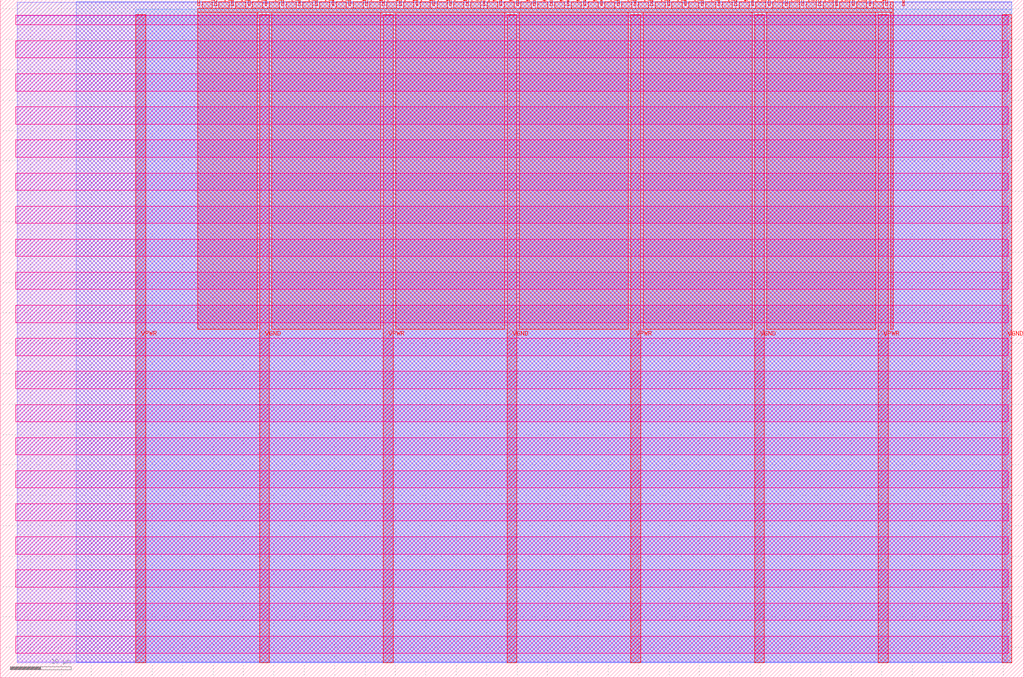
<source format=lef>
VERSION 5.7 ;
  NOWIREEXTENSIONATPIN ON ;
  DIVIDERCHAR "/" ;
  BUSBITCHARS "[]" ;
MACRO tt_um_meriac_play_tune_dup
  CLASS BLOCK ;
  FOREIGN tt_um_meriac_play_tune_dup ;
  ORIGIN 0.000 0.000 ;
  SIZE 168.360 BY 111.520 ;
  PIN VGND
    DIRECTION INOUT ;
    USE GROUND ;
    PORT
      LAYER met4 ;
        RECT 42.670 2.480 44.270 109.040 ;
    END
    PORT
      LAYER met4 ;
        RECT 83.380 2.480 84.980 109.040 ;
    END
    PORT
      LAYER met4 ;
        RECT 124.090 2.480 125.690 109.040 ;
    END
    PORT
      LAYER met4 ;
        RECT 164.800 2.480 166.400 109.040 ;
    END
  END VGND
  PIN VPWR
    DIRECTION INOUT ;
    USE POWER ;
    PORT
      LAYER met4 ;
        RECT 22.315 2.480 23.915 109.040 ;
    END
    PORT
      LAYER met4 ;
        RECT 63.025 2.480 64.625 109.040 ;
    END
    PORT
      LAYER met4 ;
        RECT 103.735 2.480 105.335 109.040 ;
    END
    PORT
      LAYER met4 ;
        RECT 144.445 2.480 146.045 109.040 ;
    END
  END VPWR
  PIN clk
    DIRECTION INPUT ;
    USE SIGNAL ;
    ANTENNAGATEAREA 0.852000 ;
    PORT
      LAYER met4 ;
        RECT 145.670 110.520 145.970 111.520 ;
    END
  END clk
  PIN ena
    DIRECTION INPUT ;
    USE SIGNAL ;
    PORT
      LAYER met4 ;
        RECT 148.430 110.520 148.730 111.520 ;
    END
  END ena
  PIN rst_n
    DIRECTION INPUT ;
    USE SIGNAL ;
    ANTENNAGATEAREA 0.213000 ;
    PORT
      LAYER met4 ;
        RECT 142.910 110.520 143.210 111.520 ;
    END
  END rst_n
  PIN ui_in[0]
    DIRECTION INPUT ;
    USE SIGNAL ;
    ANTENNAGATEAREA 0.196500 ;
    PORT
      LAYER met4 ;
        RECT 140.150 110.520 140.450 111.520 ;
    END
  END ui_in[0]
  PIN ui_in[1]
    DIRECTION INPUT ;
    USE SIGNAL ;
    ANTENNAGATEAREA 0.196500 ;
    PORT
      LAYER met4 ;
        RECT 137.390 110.520 137.690 111.520 ;
    END
  END ui_in[1]
  PIN ui_in[2]
    DIRECTION INPUT ;
    USE SIGNAL ;
    ANTENNAGATEAREA 0.196500 ;
    PORT
      LAYER met4 ;
        RECT 134.630 110.520 134.930 111.520 ;
    END
  END ui_in[2]
  PIN ui_in[3]
    DIRECTION INPUT ;
    USE SIGNAL ;
    ANTENNAGATEAREA 0.196500 ;
    PORT
      LAYER met4 ;
        RECT 131.870 110.520 132.170 111.520 ;
    END
  END ui_in[3]
  PIN ui_in[4]
    DIRECTION INPUT ;
    USE SIGNAL ;
    ANTENNAGATEAREA 0.196500 ;
    PORT
      LAYER met4 ;
        RECT 129.110 110.520 129.410 111.520 ;
    END
  END ui_in[4]
  PIN ui_in[5]
    DIRECTION INPUT ;
    USE SIGNAL ;
    ANTENNAGATEAREA 0.196500 ;
    PORT
      LAYER met4 ;
        RECT 126.350 110.520 126.650 111.520 ;
    END
  END ui_in[5]
  PIN ui_in[6]
    DIRECTION INPUT ;
    USE SIGNAL ;
    ANTENNAGATEAREA 0.196500 ;
    PORT
      LAYER met4 ;
        RECT 123.590 110.520 123.890 111.520 ;
    END
  END ui_in[6]
  PIN ui_in[7]
    DIRECTION INPUT ;
    USE SIGNAL ;
    ANTENNAGATEAREA 0.196500 ;
    PORT
      LAYER met4 ;
        RECT 120.830 110.520 121.130 111.520 ;
    END
  END ui_in[7]
  PIN uio_in[0]
    DIRECTION INPUT ;
    USE SIGNAL ;
    PORT
      LAYER met4 ;
        RECT 118.070 110.520 118.370 111.520 ;
    END
  END uio_in[0]
  PIN uio_in[1]
    DIRECTION INPUT ;
    USE SIGNAL ;
    PORT
      LAYER met4 ;
        RECT 115.310 110.520 115.610 111.520 ;
    END
  END uio_in[1]
  PIN uio_in[2]
    DIRECTION INPUT ;
    USE SIGNAL ;
    PORT
      LAYER met4 ;
        RECT 112.550 110.520 112.850 111.520 ;
    END
  END uio_in[2]
  PIN uio_in[3]
    DIRECTION INPUT ;
    USE SIGNAL ;
    PORT
      LAYER met4 ;
        RECT 109.790 110.520 110.090 111.520 ;
    END
  END uio_in[3]
  PIN uio_in[4]
    DIRECTION INPUT ;
    USE SIGNAL ;
    PORT
      LAYER met4 ;
        RECT 107.030 110.520 107.330 111.520 ;
    END
  END uio_in[4]
  PIN uio_in[5]
    DIRECTION INPUT ;
    USE SIGNAL ;
    PORT
      LAYER met4 ;
        RECT 104.270 110.520 104.570 111.520 ;
    END
  END uio_in[5]
  PIN uio_in[6]
    DIRECTION INPUT ;
    USE SIGNAL ;
    PORT
      LAYER met4 ;
        RECT 101.510 110.520 101.810 111.520 ;
    END
  END uio_in[6]
  PIN uio_in[7]
    DIRECTION INPUT ;
    USE SIGNAL ;
    PORT
      LAYER met4 ;
        RECT 98.750 110.520 99.050 111.520 ;
    END
  END uio_in[7]
  PIN uio_oe[0]
    DIRECTION OUTPUT TRISTATE ;
    USE SIGNAL ;
    PORT
      LAYER met4 ;
        RECT 51.830 110.520 52.130 111.520 ;
    END
  END uio_oe[0]
  PIN uio_oe[1]
    DIRECTION OUTPUT TRISTATE ;
    USE SIGNAL ;
    PORT
      LAYER met4 ;
        RECT 49.070 110.520 49.370 111.520 ;
    END
  END uio_oe[1]
  PIN uio_oe[2]
    DIRECTION OUTPUT TRISTATE ;
    USE SIGNAL ;
    PORT
      LAYER met4 ;
        RECT 46.310 110.520 46.610 111.520 ;
    END
  END uio_oe[2]
  PIN uio_oe[3]
    DIRECTION OUTPUT TRISTATE ;
    USE SIGNAL ;
    PORT
      LAYER met4 ;
        RECT 43.550 110.520 43.850 111.520 ;
    END
  END uio_oe[3]
  PIN uio_oe[4]
    DIRECTION OUTPUT TRISTATE ;
    USE SIGNAL ;
    PORT
      LAYER met4 ;
        RECT 40.790 110.520 41.090 111.520 ;
    END
  END uio_oe[4]
  PIN uio_oe[5]
    DIRECTION OUTPUT TRISTATE ;
    USE SIGNAL ;
    PORT
      LAYER met4 ;
        RECT 38.030 110.520 38.330 111.520 ;
    END
  END uio_oe[5]
  PIN uio_oe[6]
    DIRECTION OUTPUT TRISTATE ;
    USE SIGNAL ;
    PORT
      LAYER met4 ;
        RECT 35.270 110.520 35.570 111.520 ;
    END
  END uio_oe[6]
  PIN uio_oe[7]
    DIRECTION OUTPUT TRISTATE ;
    USE SIGNAL ;
    PORT
      LAYER met4 ;
        RECT 32.510 110.520 32.810 111.520 ;
    END
  END uio_oe[7]
  PIN uio_out[0]
    DIRECTION OUTPUT TRISTATE ;
    USE SIGNAL ;
    ANTENNADIFFAREA 0.445500 ;
    PORT
      LAYER met4 ;
        RECT 73.910 110.520 74.210 111.520 ;
    END
  END uio_out[0]
  PIN uio_out[1]
    DIRECTION OUTPUT TRISTATE ;
    USE SIGNAL ;
    ANTENNADIFFAREA 0.445500 ;
    PORT
      LAYER met4 ;
        RECT 71.150 110.520 71.450 111.520 ;
    END
  END uio_out[1]
  PIN uio_out[2]
    DIRECTION OUTPUT TRISTATE ;
    USE SIGNAL ;
    PORT
      LAYER met4 ;
        RECT 68.390 110.520 68.690 111.520 ;
    END
  END uio_out[2]
  PIN uio_out[3]
    DIRECTION OUTPUT TRISTATE ;
    USE SIGNAL ;
    PORT
      LAYER met4 ;
        RECT 65.630 110.520 65.930 111.520 ;
    END
  END uio_out[3]
  PIN uio_out[4]
    DIRECTION OUTPUT TRISTATE ;
    USE SIGNAL ;
    PORT
      LAYER met4 ;
        RECT 62.870 110.520 63.170 111.520 ;
    END
  END uio_out[4]
  PIN uio_out[5]
    DIRECTION OUTPUT TRISTATE ;
    USE SIGNAL ;
    PORT
      LAYER met4 ;
        RECT 60.110 110.520 60.410 111.520 ;
    END
  END uio_out[5]
  PIN uio_out[6]
    DIRECTION OUTPUT TRISTATE ;
    USE SIGNAL ;
    PORT
      LAYER met4 ;
        RECT 57.350 110.520 57.650 111.520 ;
    END
  END uio_out[6]
  PIN uio_out[7]
    DIRECTION OUTPUT TRISTATE ;
    USE SIGNAL ;
    PORT
      LAYER met4 ;
        RECT 54.590 110.520 54.890 111.520 ;
    END
  END uio_out[7]
  PIN uo_out[0]
    DIRECTION OUTPUT TRISTATE ;
    USE SIGNAL ;
    ANTENNADIFFAREA 0.795200 ;
    PORT
      LAYER met4 ;
        RECT 95.990 110.520 96.290 111.520 ;
    END
  END uo_out[0]
  PIN uo_out[1]
    DIRECTION OUTPUT TRISTATE ;
    USE SIGNAL ;
    ANTENNADIFFAREA 0.445500 ;
    PORT
      LAYER met4 ;
        RECT 93.230 110.520 93.530 111.520 ;
    END
  END uo_out[1]
  PIN uo_out[2]
    DIRECTION OUTPUT TRISTATE ;
    USE SIGNAL ;
    ANTENNADIFFAREA 0.445500 ;
    PORT
      LAYER met4 ;
        RECT 90.470 110.520 90.770 111.520 ;
    END
  END uo_out[2]
  PIN uo_out[3]
    DIRECTION OUTPUT TRISTATE ;
    USE SIGNAL ;
    ANTENNADIFFAREA 0.445500 ;
    PORT
      LAYER met4 ;
        RECT 87.710 110.520 88.010 111.520 ;
    END
  END uo_out[3]
  PIN uo_out[4]
    DIRECTION OUTPUT TRISTATE ;
    USE SIGNAL ;
    ANTENNADIFFAREA 0.445500 ;
    PORT
      LAYER met4 ;
        RECT 84.950 110.520 85.250 111.520 ;
    END
  END uo_out[4]
  PIN uo_out[5]
    DIRECTION OUTPUT TRISTATE ;
    USE SIGNAL ;
    ANTENNADIFFAREA 0.795200 ;
    PORT
      LAYER met4 ;
        RECT 82.190 110.520 82.490 111.520 ;
    END
  END uo_out[5]
  PIN uo_out[6]
    DIRECTION OUTPUT TRISTATE ;
    USE SIGNAL ;
    ANTENNADIFFAREA 0.445500 ;
    PORT
      LAYER met4 ;
        RECT 79.430 110.520 79.730 111.520 ;
    END
  END uo_out[6]
  PIN uo_out[7]
    DIRECTION OUTPUT TRISTATE ;
    USE SIGNAL ;
    ANTENNADIFFAREA 0.445500 ;
    PORT
      LAYER met4 ;
        RECT 76.670 110.520 76.970 111.520 ;
    END
  END uo_out[7]
  OBS
      LAYER nwell ;
        RECT 2.570 107.385 165.790 108.990 ;
        RECT 2.570 101.945 165.790 104.775 ;
        RECT 2.570 96.505 165.790 99.335 ;
        RECT 2.570 91.065 165.790 93.895 ;
        RECT 2.570 85.625 165.790 88.455 ;
        RECT 2.570 80.185 165.790 83.015 ;
        RECT 2.570 74.745 165.790 77.575 ;
        RECT 2.570 69.305 165.790 72.135 ;
        RECT 2.570 63.865 165.790 66.695 ;
        RECT 2.570 58.425 165.790 61.255 ;
        RECT 2.570 52.985 165.790 55.815 ;
        RECT 2.570 47.545 165.790 50.375 ;
        RECT 2.570 42.105 165.790 44.935 ;
        RECT 2.570 36.665 165.790 39.495 ;
        RECT 2.570 31.225 165.790 34.055 ;
        RECT 2.570 25.785 165.790 28.615 ;
        RECT 2.570 20.345 165.790 23.175 ;
        RECT 2.570 14.905 165.790 17.735 ;
        RECT 2.570 9.465 165.790 12.295 ;
        RECT 2.570 4.025 165.790 6.855 ;
      LAYER li1 ;
        RECT 2.760 2.635 165.600 108.885 ;
      LAYER met1 ;
        RECT 2.760 2.480 166.400 111.140 ;
      LAYER met2 ;
        RECT 12.520 2.535 166.370 111.170 ;
      LAYER met3 ;
        RECT 22.325 2.555 166.390 109.985 ;
      LAYER met4 ;
        RECT 33.210 110.120 34.870 111.170 ;
        RECT 35.970 110.120 37.630 111.170 ;
        RECT 38.730 110.120 40.390 111.170 ;
        RECT 41.490 110.120 43.150 111.170 ;
        RECT 44.250 110.120 45.910 111.170 ;
        RECT 47.010 110.120 48.670 111.170 ;
        RECT 49.770 110.120 51.430 111.170 ;
        RECT 52.530 110.120 54.190 111.170 ;
        RECT 55.290 110.120 56.950 111.170 ;
        RECT 58.050 110.120 59.710 111.170 ;
        RECT 60.810 110.120 62.470 111.170 ;
        RECT 63.570 110.120 65.230 111.170 ;
        RECT 66.330 110.120 67.990 111.170 ;
        RECT 69.090 110.120 70.750 111.170 ;
        RECT 71.850 110.120 73.510 111.170 ;
        RECT 74.610 110.120 76.270 111.170 ;
        RECT 77.370 110.120 79.030 111.170 ;
        RECT 80.130 110.120 81.790 111.170 ;
        RECT 82.890 110.120 84.550 111.170 ;
        RECT 85.650 110.120 87.310 111.170 ;
        RECT 88.410 110.120 90.070 111.170 ;
        RECT 91.170 110.120 92.830 111.170 ;
        RECT 93.930 110.120 95.590 111.170 ;
        RECT 96.690 110.120 98.350 111.170 ;
        RECT 99.450 110.120 101.110 111.170 ;
        RECT 102.210 110.120 103.870 111.170 ;
        RECT 104.970 110.120 106.630 111.170 ;
        RECT 107.730 110.120 109.390 111.170 ;
        RECT 110.490 110.120 112.150 111.170 ;
        RECT 113.250 110.120 114.910 111.170 ;
        RECT 116.010 110.120 117.670 111.170 ;
        RECT 118.770 110.120 120.430 111.170 ;
        RECT 121.530 110.120 123.190 111.170 ;
        RECT 124.290 110.120 125.950 111.170 ;
        RECT 127.050 110.120 128.710 111.170 ;
        RECT 129.810 110.120 131.470 111.170 ;
        RECT 132.570 110.120 134.230 111.170 ;
        RECT 135.330 110.120 136.990 111.170 ;
        RECT 138.090 110.120 139.750 111.170 ;
        RECT 140.850 110.120 142.510 111.170 ;
        RECT 143.610 110.120 145.270 111.170 ;
        RECT 146.370 110.120 146.905 111.170 ;
        RECT 32.495 109.440 146.905 110.120 ;
        RECT 32.495 57.295 42.270 109.440 ;
        RECT 44.670 57.295 62.625 109.440 ;
        RECT 65.025 57.295 82.980 109.440 ;
        RECT 85.380 57.295 103.335 109.440 ;
        RECT 105.735 57.295 123.690 109.440 ;
        RECT 126.090 57.295 144.045 109.440 ;
        RECT 146.445 57.295 146.905 109.440 ;
  END
END tt_um_meriac_play_tune_dup
END LIBRARY


</source>
